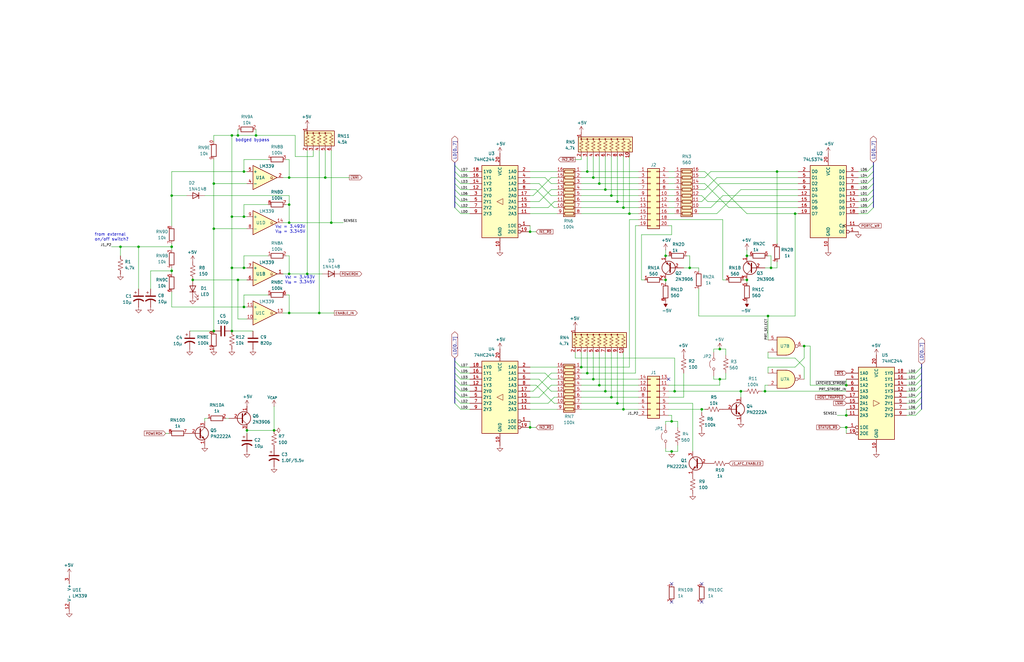
<source format=kicad_sch>
(kicad_sch (version 20231120) (generator "eeschema") (generator_version "8.0")
  (paper "USLedger")
  (title_block (title "Adaptive Peripherals G32 Adaptive Firmware Card") (date "2024-04-02") (rev "D") (comment 2 "captured by Mark Aikens") (comment 3 "by Adaptive Peripherals") (comment 4 "G32 Adaptive Firmware Card"))
  (junction (at 90.17 139.7))
  (junction (at 72.39 104.14))
  (junction (at 283.21 190.5))
  (junction (at 100.33 57.15))
  (junction (at 314.96 118.11))
  (junction (at 102.87 129.54))
  (junction (at 72.39 114.3))
  (junction (at 58.42 104.14))
  (junction (at 115.57 181.61))
  (junction (at 102.87 113.03))
  (junction (at 137.16 74.93))
  (junction (at 280.67 107.95))
  (junction (at 121.92 74.93))
  (junction (at 134.62 132.08))
  (junction (at 81.28 118.11))
  (junction (at 121.92 115.57))
  (junction (at 50.8 104.14))
  (junction (at 262.89 87.63))
  (junction (at 312.42 165.1))
  (junction (at 247.65 157.48))
  (junction (at 356.87 162.56))
  (junction (at 252.73 162.56))
  (junction (at 100.33 118.11))
  (junction (at 257.81 82.55))
  (junction (at 257.81 167.64))
  (junction (at 72.39 82.55))
  (junction (at 97.79 91.44))
  (junction (at 139.7 93.98))
  (junction (at 223.52 97.79))
  (junction (at 356.87 175.26))
  (junction (at 97.79 57.15))
  (junction (at 90.17 96.52))
  (junction (at 107.95 57.15))
  (junction (at 252.73 77.47))
  (junction (at 102.87 72.39))
  (junction (at 255.27 80.01))
  (junction (at 303.53 160.02))
  (junction (at 121.92 86.36))
  (junction (at 303.53 147.32))
  (junction (at 97.79 113.03))
  (junction (at 325.12 113.03))
  (junction (at 265.43 90.17))
  (junction (at 280.67 118.11))
  (junction (at 323.85 133.35))
  (junction (at 322.58 165.1))
  (junction (at 295.91 172.72))
  (junction (at 356.87 180.34))
  (junction (at 102.87 91.44))
  (junction (at 339.09 146.05))
  (junction (at 97.79 139.7))
  (junction (at 90.17 77.47))
  (junction (at 290.83 113.03))
  (junction (at 262.89 172.72))
  (junction (at 260.35 85.09))
  (junction (at 255.27 165.1))
  (junction (at 104.14 181.61))
  (junction (at 314.96 107.95))
  (junction (at 223.52 180.34))
  (junction (at 284.48 165.1))
  (junction (at 250.19 74.93))
  (junction (at 245.11 154.94))
  (junction (at 327.66 72.39))
  (junction (at 260.35 170.18))
  (junction (at 250.19 160.02))
  (junction (at 121.92 93.98))
  (junction (at 247.65 72.39))
  (junction (at 129.54 115.57))
  (junction (at 121.92 132.08))
  (junction (at 335.28 90.17))
  (junction (at 283.21 177.8))
  (no_connect (at 295.91 246.38))
  (no_connect (at 283.21 246.38))
  (no_connect (at 281.94 160.02))
  (no_connect (at 295.91 254))
  (no_connect (at 283.21 254))
  (bus_entry (at 191.77 162.56) (size 2.54 2.54))
  (bus_entry (at 191.77 170.18) (size 2.54 2.54))
  (bus_entry (at 191.77 69.85) (size 2.54 2.54))
  (bus_entry (at 388.62 170.18) (size -2.54 2.54))
  (bus_entry (at 191.77 82.55) (size 2.54 2.54))
  (bus_entry (at 191.77 80.01) (size 2.54 2.54))
  (bus_entry (at 388.62 157.48) (size -2.54 2.54))
  (bus_entry (at 368.3 69.85) (size -2.54 2.54))
  (bus_entry (at 191.77 154.94) (size 2.54 2.54))
  (bus_entry (at 191.77 87.63) (size 2.54 2.54))
  (bus_entry (at 191.77 167.64) (size 2.54 2.54))
  (bus_entry (at 191.77 152.4) (size 2.54 2.54))
  (bus_entry (at 388.62 162.56) (size -2.54 2.54))
  (bus_entry (at 368.3 72.39) (size -2.54 2.54))
  (bus_entry (at 368.3 77.47) (size -2.54 2.54))
  (bus_entry (at 191.77 160.02) (size 2.54 2.54))
  (bus_entry (at 388.62 167.64) (size -2.54 2.54))
  (bus_entry (at 191.77 77.47) (size 2.54 2.54))
  (bus_entry (at 368.3 85.09) (size -2.54 2.54))
  (bus_entry (at 191.77 72.39) (size 2.54 2.54))
  (bus_entry (at 191.77 74.93) (size 2.54 2.54))
  (bus_entry (at 368.3 80.01) (size -2.54 2.54))
  (bus_entry (at 368.3 74.93) (size -2.54 2.54))
  (bus_entry (at 388.62 165.1) (size -2.54 2.54))
  (bus_entry (at 191.77 165.1) (size 2.54 2.54))
  (bus_entry (at 191.77 85.09) (size 2.54 2.54))
  (bus_entry (at 388.62 172.72) (size -2.54 2.54))
  (bus_entry (at 388.62 154.94) (size -2.54 2.54))
  (bus_entry (at 368.3 82.55) (size -2.54 2.54))
  (bus_entry (at 191.77 157.48) (size 2.54 2.54))
  (bus_entry (at 368.3 87.63) (size -2.54 2.54))
  (bus_entry (at 388.62 160.02) (size -2.54 2.54))
  (wire (pts (xy 280.67 118.11) (xy 279.4 118.11)))
  (wire (pts (xy 229.87 74.93) (xy 232.41 77.47)))
  (wire (pts (xy 265.43 154.94) (xy 245.11 154.94)))
  (wire (pts (xy 198.12 85.09) (xy 194.31 85.09)))
  (wire (pts (xy 233.68 87.63) (xy 234.95 87.63)))
  (wire (pts (xy 198.12 170.18) (xy 194.31 170.18)))
  (wire (pts (xy 223.52 80.01) (xy 226.06 80.01)))
  (wire (pts (xy 63.5 121.92) (xy 63.5 114.3)))
  (wire (pts (xy 294.64 121.92) (xy 294.64 133.35)))
  (wire (pts (xy 121.92 67.31) (xy 121.92 74.93)))
  (wire (pts (xy 281.94 80.01) (xy 284.48 80.01)))
  (wire (pts (xy 294.64 87.63) (xy 299.72 87.63)))
  (wire (pts (xy 281.94 87.63) (xy 284.48 87.63)))
  (wire (pts (xy 356.87 180.34) (xy 356.87 182.88)))
  (wire (pts (xy 72.39 104.14) (xy 72.39 105.41)))
  (wire (pts (xy 250.19 74.93) (xy 269.24 74.93)))
  (wire (pts (xy 382.27 162.56) (xy 386.08 162.56)))
  (wire (pts (xy 252.73 148.59) (xy 252.73 162.56)))
  (wire (pts (xy 260.35 85.09) (xy 269.24 85.09)))
  (wire (pts (xy 265.43 90.17) (xy 269.24 90.17)))
  (wire (pts (xy 223.52 77.47) (xy 227.33 77.47)))
  (wire (pts (xy 290.83 107.95) (xy 289.56 107.95)))
  (wire (pts (xy 303.53 147.32) (xy 306.07 147.32)))
  (wire (pts (xy 356.87 160.02) (xy 356.87 162.56)))
  (wire (pts (xy 294.64 114.3) (xy 294.64 113.03)))
  (wire (pts (xy 198.12 77.47) (xy 194.31 77.47)))
  (wire (pts (xy 255.27 165.1) (xy 245.11 165.1)))
  (wire (pts (xy 262.89 148.59) (xy 262.89 172.72)))
  (wire (pts (xy 234.95 74.93) (xy 232.41 74.93)))
  (wire (pts (xy 297.18 74.93) (xy 299.72 72.39)))
  (wire (pts (xy 260.35 66.04) (xy 260.35 85.09)))
  (wire (pts (xy 269.24 170.18) (xy 260.35 170.18)))
  (wire (pts (xy 323.85 151.13) (xy 323.85 148.59)))
  (wire (pts (xy 223.52 95.25) (xy 223.52 97.79)))
  (wire (pts (xy 120.65 67.31) (xy 121.92 67.31)))
  (wire (pts (xy 121.92 93.98) (xy 139.7 93.98)))
  (wire (pts (xy 327.66 72.39) (xy 336.55 72.39)))
  (wire (pts (xy 257.81 66.04) (xy 257.81 82.55)))
  (wire (pts (xy 267.97 95.25) (xy 269.24 95.25)))
  (wire (pts (xy 304.8 118.11) (xy 304.8 92.71)))
  (wire (pts (xy 104.14 182.88) (xy 104.14 181.61)))
  (wire (pts (xy 322.58 113.03) (xy 325.12 113.03)))
  (bus (pts (xy 388.62 160.02) (xy 388.62 162.56)))
  (wire (pts (xy 300.99 158.75) (xy 300.99 160.02)))
  (wire (pts (xy 299.72 87.63) (xy 304.8 82.55)))
  (wire (pts (xy 325.12 113.03) (xy 327.66 113.03)))
  (wire (pts (xy 121.92 74.93) (xy 137.16 74.93)))
  (wire (pts (xy 90.17 96.52) (xy 90.17 139.7)))
  (wire (pts (xy 198.12 160.02) (xy 194.31 160.02)))
  (wire (pts (xy 292.1 170.18) (xy 292.1 190.5)))
  (wire (pts (xy 198.12 154.94) (xy 194.31 154.94)))
  (wire (pts (xy 227.33 77.47) (xy 232.41 82.55)))
  (wire (pts (xy 223.52 170.18) (xy 231.14 170.18)))
  (bus (pts (xy 191.77 152.4) (xy 191.77 154.94)))
  (wire (pts (xy 382.27 167.64) (xy 386.08 167.64)))
  (wire (pts (xy 382.27 160.02) (xy 386.08 160.02)))
  (wire (pts (xy 242.57 67.31) (xy 245.11 67.31)))
  (wire (pts (xy 198.12 165.1) (xy 194.31 165.1)))
  (wire (pts (xy 121.92 115.57) (xy 129.54 115.57)))
  (wire (pts (xy 137.16 74.93) (xy 147.32 74.93)))
  (wire (pts (xy 306.07 157.48) (xy 306.07 160.02)))
  (wire (pts (xy 247.65 148.59) (xy 247.65 157.48)))
  (wire (pts (xy 269.24 167.64) (xy 257.81 167.64)))
  (wire (pts (xy 285.75 177.8) (xy 285.75 180.34)))
  (wire (pts (xy 295.91 173.99) (xy 295.91 172.72)))
  (wire (pts (xy 327.66 102.87) (xy 327.66 72.39)))
  (wire (pts (xy 63.5 114.3) (xy 72.39 114.3)))
  (wire (pts (xy 86.36 176.53) (xy 86.36 177.8)))
  (wire (pts (xy 325.12 107.95) (xy 325.12 113.03)))
  (wire (pts (xy 102.87 86.36) (xy 102.87 91.44)))
  (wire (pts (xy 198.12 72.39) (xy 194.31 72.39)))
  (bus (pts (xy 191.77 85.09) (xy 191.77 87.63)))
  (wire (pts (xy 226.06 162.56) (xy 233.68 170.18)))
  (wire (pts (xy 297.18 80.01) (xy 302.26 74.93)))
  (wire (pts (xy 325.12 107.95) (xy 323.85 107.95)))
  (wire (pts (xy 198.12 82.55) (xy 194.31 82.55)))
  (wire (pts (xy 233.68 167.64) (xy 231.14 170.18)))
  (wire (pts (xy 252.73 162.56) (xy 245.11 162.56)))
  (wire (pts (xy 95.25 176.53) (xy 96.52 176.53)))
  (wire (pts (xy 267.97 95.25) (xy 267.97 157.48)))
  (wire (pts (xy 229.87 74.93) (xy 223.52 74.93)))
  (bus (pts (xy 191.77 80.01) (xy 191.77 82.55)))
  (wire (pts (xy 288.29 167.64) (xy 281.94 167.64)))
  (wire (pts (xy 281.94 82.55) (xy 284.48 82.55)))
  (wire (pts (xy 229.87 157.48) (xy 232.41 160.02)))
  (wire (pts (xy 97.79 57.15) (xy 97.79 91.44)))
  (wire (pts (xy 382.27 165.1) (xy 386.08 165.1)))
  (wire (pts (xy 281.94 74.93) (xy 284.48 74.93)))
  (wire (pts (xy 290.83 113.03) (xy 294.64 113.03)))
  (wire (pts (xy 303.53 147.32) (xy 300.99 147.32)))
  (bus (pts (xy 388.62 153.67) (xy 388.62 154.94)))
  (wire (pts (xy 233.68 85.09) (xy 231.14 87.63)))
  (wire (pts (xy 102.87 113.03) (xy 104.14 113.03)))
  (wire (pts (xy 72.39 129.54) (xy 102.87 129.54)))
  (wire (pts (xy 295.91 172.72) (xy 297.18 172.72)))
  (wire (pts (xy 223.52 154.94) (xy 234.95 154.94)))
  (wire (pts (xy 223.52 160.02) (xy 227.33 160.02)))
  (wire (pts (xy 121.92 86.36) (xy 121.92 82.55)))
  (wire (pts (xy 50.8 104.14) (xy 58.42 104.14)))
  (wire (pts (xy 120.65 124.46) (xy 121.92 124.46)))
  (wire (pts (xy 361.95 74.93) (xy 365.76 74.93)))
  (wire (pts (xy 341.63 146.05) (xy 341.63 162.56)))
  (wire (pts (xy 100.33 57.15) (xy 107.95 57.15)))
  (wire (pts (xy 294.64 74.93) (xy 297.18 74.93)))
  (wire (pts (xy 297.18 72.39) (xy 314.96 90.17)))
  (wire (pts (xy 285.75 177.8) (xy 283.21 177.8)))
  (wire (pts (xy 294.64 80.01) (xy 297.18 80.01)))
  (wire (pts (xy 300.99 147.32) (xy 300.99 148.59)))
  (wire (pts (xy 139.7 63.5) (xy 139.7 93.98)))
  (wire (pts (xy 90.17 96.52) (xy 104.14 96.52)))
  (wire (pts (xy 323.85 157.48) (xy 323.85 154.94)))
  (wire (pts (xy 382.27 175.26) (xy 386.08 175.26)))
  (wire (pts (xy 90.17 77.47) (xy 90.17 96.52)))
  (wire (pts (xy 104.14 181.61) (xy 115.57 181.61)))
  (wire (pts (xy 69.85 182.88) (xy 71.12 182.88)))
  (wire (pts (xy 137.16 63.5) (xy 137.16 74.93)))
  (wire (pts (xy 72.39 72.39) (xy 102.87 72.39)))
  (wire (pts (xy 307.34 87.63) (xy 336.55 87.63)))
  (wire (pts (xy 283.21 175.26) (xy 283.21 177.8)))
  (wire (pts (xy 72.39 123.19) (xy 72.39 129.54)))
  (wire (pts (xy 72.39 114.3) (xy 72.39 115.57)))
  (wire (pts (xy 72.39 113.03) (xy 72.39 114.3)))
  (bus (pts (xy 191.77 77.47) (xy 191.77 80.01)))
  (wire (pts (xy 233.68 170.18) (xy 234.95 170.18)))
  (wire (pts (xy 281.94 162.56) (xy 303.53 162.56)))
  (wire (pts (xy 90.17 67.31) (xy 90.17 77.47)))
  (wire (pts (xy 115.57 171.45) (xy 115.57 181.61)))
  (wire (pts (xy 223.52 87.63) (xy 231.14 87.63)))
  (wire (pts (xy 269.24 172.72) (xy 262.89 172.72)))
  (wire (pts (xy 303.53 160.02) (xy 306.07 160.02)))
  (wire (pts (xy 252.73 66.04) (xy 252.73 77.47)))
  (wire (pts (xy 50.8 104.14) (xy 50.8 107.95)))
  (wire (pts (xy 107.95 54.61) (xy 107.95 57.15)))
  (wire (pts (xy 382.27 172.72) (xy 386.08 172.72)))
  (wire (pts (xy 294.64 85.09) (xy 295.91 85.09)))
  (wire (pts (xy 322.58 165.1) (xy 321.31 165.1)))
  (wire (pts (xy 234.95 157.48) (xy 232.41 157.48)))
  (wire (pts (xy 102.87 86.36) (xy 113.03 86.36)))
  (wire (pts (xy 294.64 72.39) (xy 297.18 72.39)))
  (bus (pts (xy 191.77 72.39) (xy 191.77 74.93)))
  (wire (pts (xy 361.95 87.63) (xy 365.76 87.63)))
  (wire (pts (xy 327.66 110.49) (xy 327.66 113.03)))
  (wire (pts (xy 262.89 87.63) (xy 269.24 87.63)))
  (bus (pts (xy 191.77 68.58) (xy 191.77 69.85)))
  (wire (pts (xy 313.69 165.1) (xy 312.42 165.1)))
  (wire (pts (xy 78.74 82.55) (xy 72.39 82.55)))
  (wire (pts (xy 280.67 190.5) (xy 283.21 190.5)))
  (wire (pts (xy 281.94 95.25) (xy 283.21 95.25)))
  (wire (pts (xy 290.83 107.95) (xy 290.83 113.03)))
  (wire (pts (xy 224.79 165.1) (xy 232.41 157.48)))
  (wire (pts (xy 302.26 74.93) (xy 336.55 74.93)))
  (wire (pts (xy 226.06 180.34) (xy 223.52 180.34)))
  (wire (pts (xy 335.28 90.17) (xy 335.28 133.35)))
  (wire (pts (xy 322.58 165.1) (xy 356.87 165.1)))
  (wire (pts (xy 234.95 85.09) (xy 233.68 85.09)))
  (bus (pts (xy 368.3 68.58) (xy 368.3 69.85)))
  (wire (pts (xy 361.95 72.39) (xy 365.76 72.39)))
  (wire (pts (xy 262.89 172.72) (xy 245.11 172.72)))
  (bus (pts (xy 368.3 69.85) (xy 368.3 72.39)))
  (wire (pts (xy 134.62 63.5) (xy 134.62 132.08)))
  (wire (pts (xy 361.95 90.17) (xy 365.76 90.17)))
  (wire (pts (xy 245.11 148.59) (xy 245.11 154.94)))
  (wire (pts (xy 339.09 146.05) (xy 341.63 146.05)))
  (wire (pts (xy 281.94 175.26) (xy 283.21 175.26)))
  (wire (pts (xy 303.53 77.47) (xy 336.55 77.47)))
  (wire (pts (xy 260.35 148.59) (xy 260.35 170.18)))
  (wire (pts (xy 72.39 102.87) (xy 72.39 104.14)))
  (wire (pts (xy 198.12 162.56) (xy 194.31 162.56)))
  (wire (pts (xy 353.06 175.26) (xy 356.87 175.26)))
  (wire (pts (xy 294.64 90.17) (xy 302.26 90.17)))
  (wire (pts (xy 223.52 177.8) (xy 223.52 180.34)))
  (wire (pts (xy 58.42 104.14) (xy 72.39 104.14)))
  (wire (pts (xy 302.26 90.17) (xy 312.42 80.01)))
  (wire (pts (xy 245.11 80.01) (xy 255.27 80.01)))
  (wire (pts (xy 46.99 104.14) (xy 50.8 104.14)))
  (wire (pts (xy 294.64 82.55) (xy 295.91 82.55)))
  (wire (pts (xy 102.87 67.31) (xy 113.03 67.31)))
  (wire (pts (xy 335.28 154.94) (xy 339.09 151.13)))
  (wire (pts (xy 281.94 172.72) (xy 295.91 172.72)))
  (wire (pts (xy 280.67 107.95) (xy 281.94 107.95)))
  (wire (pts (xy 382.27 170.18) (xy 386.08 170.18)))
  (wire (pts (xy 361.95 85.09) (xy 365.76 85.09)))
  (wire (pts (xy 139.7 93.98) (xy 144.78 93.98)))
  (bus (pts (xy 388.62 157.48) (xy 388.62 160.02)))
  (wire (pts (xy 247.65 72.39) (xy 269.24 72.39)))
  (wire (pts (xy 323.85 154.94) (xy 335.28 154.94)))
  (wire (pts (xy 257.81 167.64) (xy 245.11 167.64)))
  (bus (pts (xy 368.3 80.01) (xy 368.3 82.55)))
  (wire (pts (xy 270.51 99.06) (xy 283.21 99.06)))
  (wire (pts (xy 288.29 113.03) (xy 290.83 113.03)))
  (wire (pts (xy 322.58 162.56) (xy 323.85 162.56)))
  (wire (pts (xy 226.06 80.01) (xy 233.68 87.63)))
  (wire (pts (xy 234.95 77.47) (xy 232.41 77.47)))
  (wire (pts (xy 265.43 66.04) (xy 265.43 90.17)))
  (wire (pts (xy 129.54 115.57) (xy 135.89 115.57)))
  (wire (pts (xy 234.95 165.1) (xy 232.41 165.1)))
  (wire (pts (xy 97.79 91.44) (xy 102.87 91.44)))
  (wire (pts (xy 247.65 157.48) (xy 267.97 157.48)))
  (wire (pts (xy 312.42 80.01) (xy 336.55 80.01)))
  (wire (pts (xy 120.65 86.36) (xy 121.92 86.36)))
  (wire (pts (xy 304.8 118.11) (xy 306.07 118.11)))
  (wire (pts (xy 100.33 118.11) (xy 100.33 134.62)))
  (wire (pts (xy 234.95 167.64) (xy 233.68 167.64)))
  (wire (pts (xy 281.94 85.09) (xy 284.48 85.09)))
  (wire (pts (xy 102.87 129.54) (xy 104.14 129.54)))
  (bus (pts (xy 191.77 154.94) (xy 191.77 157.48)))
  (wire (pts (xy 223.52 90.17) (xy 234.95 90.17)))
  (wire (pts (xy 245.11 82.55) (xy 257.81 82.55)))
  (bus (pts (xy 191.77 151.13) (xy 191.77 152.4)))
  (wire (pts (xy 354.33 180.34) (xy 356.87 180.34)))
  (wire (pts (xy 227.33 167.64) (xy 232.41 162.56)))
  (wire (pts (xy 304.8 82.55) (xy 336.55 82.55)))
  (wire (pts (xy 97.79 113.03) (xy 102.87 113.03)))
  (wire (pts (xy 361.95 82.55) (xy 365.76 82.55)))
  (wire (pts (xy 80.01 139.7) (xy 90.17 139.7)))
  (wire (pts (xy 198.12 80.01) (xy 194.31 80.01)))
  (wire (pts (xy 87.63 176.53) (xy 86.36 176.53)))
  (bus (pts (xy 191.77 162.56) (xy 191.77 165.1)))
  (wire (pts (xy 322.58 162.56) (xy 322.58 165.1)))
  (wire (pts (xy 294.64 133.35) (xy 323.85 133.35)))
  (wire (pts (xy 252.73 77.47) (xy 269.24 77.47)))
  (wire (pts (xy 121.92 107.95) (xy 121.92 115.57)))
  (wire (pts (xy 270.51 118.11) (xy 270.51 99.06)))
  (wire (pts (xy 281.94 77.47) (xy 284.48 77.47)))
  (wire (pts (xy 269.24 165.1) (xy 255.27 165.1)))
  (wire (pts (xy 198.12 74.93) (xy 194.31 74.93)))
  (wire (pts (xy 124.46 66.04) (xy 132.08 66.04)))
  (wire (pts (xy 270.51 118.11) (xy 271.78 118.11)))
  (wire (pts (xy 245.11 87.63) (xy 262.89 87.63)))
  (wire (pts (xy 121.92 124.46) (xy 121.92 132.08)))
  (wire (pts (xy 255.27 148.59) (xy 255.27 165.1)))
  (wire (pts (xy 198.12 157.48) (xy 194.31 157.48)))
  (wire (pts (xy 90.17 77.47) (xy 104.14 77.47)))
  (wire (pts (xy 269.24 162.56) (xy 252.73 162.56)))
  (wire (pts (xy 223.52 172.72) (xy 234.95 172.72)))
  (wire (pts (xy 339.09 160.02) (xy 339.09 154.94)))
  (wire (pts (xy 299.72 72.39) (xy 327.66 72.39)))
  (wire (pts (xy 245.11 67.31) (xy 245.11 66.04)))
  (wire (pts (xy 245.11 77.47) (xy 252.73 77.47)))
  (wire (pts (xy 121.92 86.36) (xy 121.92 93.98)))
  (bus (pts (xy 191.77 160.02) (xy 191.77 162.56)))
  (wire (pts (xy 295.91 85.09) (xy 303.53 77.47)))
  (wire (pts (xy 223.52 82.55) (xy 224.79 82.55)))
  (wire (pts (xy 269.24 160.02) (xy 250.19 160.02)))
  (bus (pts (xy 191.77 167.64) (xy 191.77 170.18)))
  (wire (pts (xy 198.12 90.17) (xy 194.31 90.17)))
  (wire (pts (xy 223.52 157.48) (xy 229.87 157.48)))
  (wire (pts (xy 295.91 82.55) (xy 298.45 85.09)))
  (wire (pts (xy 223.52 162.56) (xy 226.06 162.56)))
  (wire (pts (xy 234.95 82.55) (xy 232.41 82.55)))
  (wire (pts (xy 361.95 80.01) (xy 365.76 80.01)))
  (wire (pts (xy 314.96 118.11) (xy 314.96 119.38)))
  (wire (pts (xy 90.17 57.15) (xy 97.79 57.15)))
  (wire (pts (xy 281.94 90.17) (xy 284.48 90.17)))
  (bus (pts (xy 368.3 77.47) (xy 368.3 80.01)))
  (wire (pts (xy 262.89 66.04) (xy 262.89 87.63)))
  (bus (pts (xy 191.77 69.85) (xy 191.77 72.39)))
  (bus (pts (xy 368.3 72.39) (xy 368.3 74.93)))
  (wire (pts (xy 198.12 167.64) (xy 194.31 167.64)))
  (wire (pts (xy 224.79 82.55) (xy 232.41 74.93)))
  (wire (pts (xy 232.41 162.56) (xy 234.95 162.56)))
  (wire (pts (xy 58.42 104.14) (xy 58.42 121.92)))
  (wire (pts (xy 294.64 77.47) (xy 297.18 77.47)))
  (wire (pts (xy 97.79 57.15) (xy 100.33 57.15)))
  (wire (pts (xy 107.95 57.15) (xy 124.46 57.15)))
  (wire (pts (xy 285.75 190.5) (xy 283.21 190.5)))
  (wire (pts (xy 255.27 66.04) (xy 255.27 80.01)))
  (wire (pts (xy 134.62 132.08) (xy 140.97 132.08)))
  (wire (pts (xy 341.63 162.56) (xy 356.87 162.56)))
  (wire (pts (xy 257.81 82.55) (xy 269.24 82.55)))
  (wire (pts (xy 312.42 165.1) (xy 312.42 167.64)))
  (wire (pts (xy 119.38 74.93) (xy 121.92 74.93)))
  (wire (pts (xy 250.19 148.59) (xy 250.19 160.02)))
  (wire (pts (xy 298.45 85.09) (xy 336.55 85.09)))
  (wire (pts (xy 323.85 133.35) (xy 323.85 143.51)))
  (wire (pts (xy 323.85 151.13) (xy 335.28 151.13)))
  (wire (pts (xy 97.79 113.03) (xy 97.79 139.7)))
  (wire (pts (xy 132.08 63.5) (xy 132.08 66.04)))
  (wire (pts (xy 280.67 118.11) (xy 280.67 119.38)))
  (wire (pts (xy 102.87 107.95) (xy 102.87 113.03)))
  (wire (pts (xy 226.06 97.79) (xy 223.52 97.79)))
  (wire (pts (xy 245.11 90.17) (xy 265.43 90.17)))
  (wire (pts (xy 265.43 92.71) (xy 265.43 154.94)))
  (wire (pts (xy 356.87 172.72) (xy 356.87 175.26)))
  (bus (pts (xy 191.77 157.48) (xy 191.77 160.02)))
  (wire (pts (xy 121.92 132.08) (xy 134.62 132.08)))
  (wire (pts (xy 72.39 72.39) (xy 72.39 82.55)))
  (wire (pts (xy 129.54 63.5) (xy 129.54 115.57)))
  (wire (pts (xy 339.09 151.13) (xy 339.09 146.05)))
  (wire (pts (xy 119.38 132.08) (xy 121.92 132.08)))
  (wire (pts (xy 234.95 160.02) (xy 232.41 160.02)))
  (bus (pts (xy 388.62 167.64) (xy 388.62 170.18)))
  (wire (pts (xy 245.11 74.93) (xy 250.19 74.93)))
  (bus (pts (xy 388.62 170.18) (xy 388.62 172.72)))
  (bus (pts (xy 191.77 82.55) (xy 191.77 85.09)))
  (wire (pts (xy 314.96 105.41) (xy 314.96 107.95)))
  (wire (pts (xy 198.12 87.63) (xy 194.31 87.63)))
  (wire (pts (xy 281.94 170.18) (xy 292.1 170.18)))
  (wire (pts (xy 198.12 172.72) (xy 194.31 172.72)))
  (wire (pts (xy 300.99 160.02) (xy 303.53 160.02)))
  (wire (pts (xy 227.33 85.09) (xy 232.41 80.01)))
  (wire (pts (xy 223.52 85.09) (xy 227.33 85.09)))
  (wire (pts (xy 285.75 190.5) (xy 285.75 187.96)))
  (wire (pts (xy 102.87 72.39) (xy 102.87 67.31)))
  (wire (pts (xy 280.67 105.41) (xy 280.67 107.95)))
  (bus (pts (xy 191.77 74.93) (xy 191.77 77.47)))
  (wire (pts (xy 100.33 118.11) (xy 104.14 118.11)))
  (wire (pts (xy 119.38 93.98) (xy 121.92 93.98)))
  (wire (pts (xy 232.41 80.01) (xy 234.95 80.01)))
  (wire (pts (xy 313.69 118.11) (xy 314.96 118.11)))
  (bus (pts (xy 191.77 165.1) (xy 191.77 167.64)))
  (wire (pts (xy 280.67 177.8) (xy 283.21 177.8)))
  (wire (pts (xy 247.65 66.04) (xy 247.65 72.39)))
  (wire (pts (xy 102.87 91.44) (xy 104.14 91.44)))
  (wire (pts (xy 250.19 66.04) (xy 250.19 74.93)))
  (wire (pts (xy 339.09 154.94) (xy 335.28 151.13)))
  (wire (pts (xy 304.8 92.71) (xy 281.94 92.71)))
  (wire (pts (xy 257.81 148.59) (xy 257.81 167.64)))
  (wire (pts (xy 97.79 91.44) (xy 97.79 113.03)))
  (wire (pts (xy 250.19 160.02) (xy 245.11 160.02)))
  (wire (pts (xy 306.07 147.32) (xy 306.07 149.86)))
  (wire (pts (xy 288.29 157.48) (xy 288.29 167.64)))
  (wire (pts (xy 72.39 82.55) (xy 72.39 95.25)))
  (wire (pts (xy 265.43 92.71) (xy 269.24 92.71)))
  (wire (pts (xy 255.27 80.01) (xy 269.24 80.01)))
  (wire (pts (xy 223.52 165.1) (xy 224.79 165.1)))
  (wire (pts (xy 361.95 77.47) (xy 365.76 77.47)))
  (wire (pts (xy 119.38 115.57) (xy 121.92 115.57)))
  (bus (pts (xy 388.62 154.94) (xy 388.62 157.48)))
  (wire (pts (xy 247.65 157.48) (xy 245.11 157.48)))
  (wire (pts (xy 242.57 151.13) (xy 242.57 148.59)))
  (wire (pts (xy 102.87 124.46) (xy 102.87 129.54)))
  (bus (pts (xy 368.3 74.93) (xy 368.3 77.47)))
  (wire (pts (xy 280.67 177.8) (xy 280.67 179.07)))
  (bus (pts (xy 388.62 165.1) (xy 388.62 167.64)))
  (wire (pts (xy 86.36 82.55) (xy 121.92 82.55)))
  (wire (pts (xy 281.94 72.39) (xy 284.48 72.39)))
  (wire (pts (xy 314.96 90.17) (xy 335.28 90.17)))
  (wire (pts (xy 284.48 165.1) (xy 312.42 165.1)))
  (wire (pts (xy 284.48 151.13) (xy 284.48 165.1)))
  (wire (pts (xy 382.27 157.48) (xy 386.08 157.48)))
  (wire (pts (xy 104.14 134.62) (xy 100.33 134.62)))
  (bus (pts (xy 368.3 85.09) (xy 368.3 87.63)))
  (wire (pts (xy 104.14 72.39) (xy 102.87 72.39)))
  (wire (pts (xy 227.33 160.02) (xy 232.41 165.1)))
  (wire (pts (xy 102.87 124.46) (xy 113.03 124.46)))
  (wire (pts (xy 297.18 77.47) (xy 307.34 87.63)))
  (wire (pts (xy 280.67 190.5) (xy 280.67 189.23)))
  (wire (pts (xy 260.35 170.18) (xy 245.11 170.18)))
  (wire (pts (xy 100.33 54.61) (xy 100.33 57.15)))
  (wire (pts (xy 281.94 165.1) (xy 284.48 165.1)))
  (wire (pts (xy 124.46 57.15) (xy 124.46 66.04)))
  (wire (pts (xy 245.11 85.09) (xy 260.35 85.09)))
  (wire (pts (xy 336.55 90.17) (xy 335.28 90.17)))
  (wire (pts (xy 90.17 59.69) (xy 90.17 57.15)))
  (wire (pts (xy 283.21 99.06) (xy 283.21 95.25)))
  (wire (pts (xy 81.28 118.11) (xy 100.33 118.11)))
  (wire (pts (xy 323.85 133.35) (xy 335.28 133.35)))
  (wire (pts (xy 245.11 72.39) (xy 247.65 72.39)))
  (wire (pts (xy 242.57 151.13) (xy 284.48 151.13)))
  (wire (pts (xy 120.65 107.95) (xy 121.92 107.95)))
  (wire (pts (xy 97.79 139.7) (xy 106.68 139.7)))
  (bus (pts (xy 368.3 82.55) (xy 368.3 85.09)))
  (wire (pts (xy 303.53 160.02) (xy 303.53 162.56)))
  (wire (pts (xy 102.87 107.95) (xy 113.03 107.95)))
  (wire (pts (xy 223.52 72.39) (xy 234.95 72.39)))
  (wire (pts (xy 314.96 107.95) (xy 316.23 107.95)))
  (wire (pts (xy 223.52 167.64) (xy 227.33 167.64)))
  (bus (pts (xy 388.62 162.56) (xy 388.62 165.1)))
  (text "bodged bypass" (at 106.426 59.182 0) (effects (font (size 1.27 1.27))))
  (text "V_{hi} = 3.493V\nV_{lo} = 3.345V\n" (at 126.492 118.11 0) (effects (font (size 1.27 1.27))))
  (text "V_{hi} = 3.493V\nV_{lo} = 3.345V\n" (at 122.428 96.774 0) (effects (font (size 1.27 1.27))))
  (text "from external\non/off switch?" (at 39.878 100.076 0) (effects (font (size 1.27 1.27)) (justify left)))
  (label "LD6" (at 365.76 72.39 180) (effects (font (size 1 1))))
  (label "LD4" (at 194.31 167.64 0) (effects (font (size 1 1))))
  (label "LD2" (at 386.08 162.56 180) (effects (font (size 1 1))))
  (label "LD3" (at 386.08 165.1 180) (effects (font (size 1 1))))
  (label "LD5" (at 365.76 87.63 180) (effects (font (size 1 1))))
  (label "LD0" (at 386.08 157.48 180) (effects (font (size 1 1))))
  (label "LD3" (at 194.31 77.47 0) (effects (font (size 1 1))))
  (label "LD1" (at 194.31 80.01 0) (effects (font (size 1 1))))
  (label "LD2" (at 194.31 170.18 0) (effects (font (size 1 1))))
  (label "SENSE1" (at 144.78 93.98 0) (effects (font (size 1 1))))
  (label "J1_P2" (at 269.24 175.26 180) (effects (font (size 1 1))))
  (label "LD2" (at 365.76 77.47 180) (effects (font (size 1 1))))
  (label "LD4" (at 365.76 74.93 180) (effects (font (size 1 1))))
  (label "LD4" (at 194.31 85.09 0) (effects (font (size 1 1))))
  (label "LD6" (at 386.08 172.72 180) (effects (font (size 1 1))))
  (label "LD1" (at 365.76 82.55 180) (effects (font (size 1 1))))
  (label "LD0" (at 194.31 172.72 0) (effects (font (size 1 1))))
  (label "LD3" (at 194.31 160.02 0) (effects (font (size 1 1))))
  (label "~{LATCHED_STROBE}" (at 356.87 162.56 180) (effects (font (size 1 1))))
  (label "LD7" (at 194.31 72.39 0) (effects (font (size 1 1))))
  (label "LD5" (at 194.31 74.93 0) (effects (font (size 1 1))))
  (label "SENSE1" (at 353.06 175.26 180) (effects (font (size 1 1))))
  (label "PRT_SELECT" (at 323.85 143.51 90) (effects (font (size 1 1))))
  (label "LD7" (at 194.31 154.94 0) (effects (font (size 1 1))))
  (label "LD6" (at 194.31 165.1 0) (effects (font (size 1 1))))
  (label "LD1" (at 194.31 162.56 0) (effects (font (size 1 1))))
  (label "LD2" (at 194.31 87.63 0) (effects (font (size 1 1))))
  (label "LD5" (at 194.31 157.48 0) (effects (font (size 1 1))))
  (label "PRT_STROBE_IN" (at 356.87 165.1 180) (effects (font (size 1 1))))
  (label "LD0" (at 365.76 80.01 180) (effects (font (size 1 1))))
  (label "LD4" (at 386.08 167.64 180) (effects (font (size 1 1))))
  (label "J1_P2" (at 46.99 104.14 180) (effects (font (size 1 1))))
  (label "LD3" (at 365.76 85.09 180) (effects (font (size 1 1))))
  (label "LD0" (at 194.31 90.17 0) (effects (font (size 1 1))))
  (label "LD6" (at 194.31 82.55 0) (effects (font (size 1 1))))
  (label "LD1" (at 386.08 160.02 180) (effects (font (size 1 1))))
  (label "LD7" (at 386.08 175.26 180) (effects (font (size 1 1))))
  (label "LD7" (at 365.76 90.17 180) (effects (font (size 1 1))))
  (label "LD5" (at 386.08 170.18 180) (effects (font (size 1 1))))
  (global_label "ENABLE_IN" (shape output) (at 140.97 132.08 0) (effects (font (size 1 1))) (property "Intersheetrefs" "${INTERSHEET_REFS}" (effects (hide yes))))
  (global_label "LD[0..7]" (shape tri_state) (at 191.77 151.13 90) (property "Intersheetrefs" "${INTERSHEET_REFS}" (effects (hide yes))))
  (global_label "J1_AFC_ENABLED" (shape input) (at 307.34 195.58 0) (effects (font (size 1 1))) (property "Intersheetrefs" "${INTERSHEET_REFS}" (effects (hide yes))))
  (global_label "~{IN1_RD}" (shape input) (at 226.06 97.79 0) (effects (font (size 1 1))) (property "Intersheetrefs" "${INTERSHEET_REFS}" (effects (hide yes))))
  (global_label "LD[0..7]" (shape tri_state) (at 191.77 68.58 90) (property "Intersheetrefs" "${INTERSHEET_REFS}" (effects (hide yes))))
  (global_label "LD[0..7]" (shape tri_state) (at 388.62 153.67 90) (property "Intersheetrefs" "${INTERSHEET_REFS}" (effects (hide yes))))
  (global_label "~{HOST_TRAPPED}" (shape input) (at 356.87 167.64 180) (effects (font (size 1 1))) (property "Intersheetrefs" "${INTERSHEET_REFS}" (effects (hide yes))))
  (global_label "~{RES}" (shape input) (at 356.87 157.48 180) (effects (font (size 1 1))) (property "Intersheetrefs" "${INTERSHEET_REFS}" (effects (hide yes))))
  (global_label "~{LNMI}" (shape output) (at 147.32 74.93 0) (effects (font (size 1 1))) (property "Intersheetrefs" "${INTERSHEET_REFS}" (effects (hide yes))))
  (global_label "~{IN2_RD}" (shape input) (at 226.06 180.34 0) (effects (font (size 1 1))) (property "Intersheetrefs" "${INTERSHEET_REFS}" (effects (hide yes))))
  (global_label "~{LNMI}" (shape input) (at 356.87 170.18 180) (effects (font (size 1 1))) (property "Intersheetrefs" "${INTERSHEET_REFS}" (effects (hide yes))))
  (global_label "PORTC_WR" (shape input) (at 361.95 95.25 0) (effects (font (size 1 1))) (property "Intersheetrefs" "${INTERSHEET_REFS}" (effects (hide yes))))
  (global_label "~{IN2_RD}" (shape output) (at 242.57 67.31 180) (effects (font (size 1 1))) (property "Intersheetrefs" "${INTERSHEET_REFS}" (effects (hide yes))))
  (global_label "LD[0..7]" (shape tri_state) (at 368.3 68.58 90) (property "Intersheetrefs" "${INTERSHEET_REFS}" (effects (hide yes))))
  (global_label "POWEROK" (shape output) (at 143.51 115.57 0) (effects (font (size 1 1))) (property "Intersheetrefs" "${INTERSHEET_REFS}" (effects (hide yes))))
  (global_label "~{STATUS_RD}" (shape input) (at 354.33 180.34 180) (effects (font (size 1 1))) (property "Intersheetrefs" "${INTERSHEET_REFS}" (effects (hide yes))))
  (global_label "POWEROK" (shape input) (at 69.85 182.88 180) (effects (font (size 1 1))) (property "Intersheetrefs" "${INTERSHEET_REFS}" (effects (hide yes))))
  (symbol (lib_id "Jumper:Jumper_2_Open") (at 280.67 184.15 90) (unit 1) (exclude_from_sim yes)
    (property "Reference" "JP1" (at 277.876 180.848 90))
    (property "Value" "Jumper_2_Open" (effects (hide yes)))
    (property "Description" "Jumper, 2-pole, open" (effects (hide yes)))
  )
  (symbol (lib_id "Device:R_Pack04_SIP_Split") (at 314.96 123.19 180) (unit 3)
    (property "Reference" "RN1" (at 316.992 122.174 0) (effects (justify right)))
    (property "Value" "560" (at 316.992 124.714 0) (effects (justify right)))
    (property "Footprint" "Resistor_THT:R_Array_SIP8" (effects (hide yes)))
    (property "Datasheet" "http://www.vishay.com/docs/31509/csc.pdf" (effects (hide yes)))
    (property "Description" "4 resistor network, parallel topology, SIP package, split" (effects (hide yes)))
  )
  (symbol (lib_id "Device:R_Pack08") (at 240.03 82.55 90) (mirror x) (unit 1)
    (property "Reference" "RN6" (at 239.776 93.218 90))
    (property "Value" "100k" (at 239.776 95.758 90))
    (property "Description" "8 resistor network, parallel topology" (effects (hide yes)))
  )
  (symbol (lib_id "74xx:74HC244") (at 210.82 167.64 0) (mirror y) (unit 1)
    (property "Reference" "U4" (at 208.6259 147.32 0) (effects (justify left)))
    (property "Value" "74HC244" (at 208.6259 149.86 0) (effects (justify left)))
    (property "Datasheet" "https://assets.nexperia.com/documents/data-sheet/74HC_HCT244.pdf" (effects (hide yes)))
    (property "Description" "8-bit Buffer/Line Driver 3-state" (effects (hide yes)))
  )
  (symbol (lib_id "power:+5V") (at 104.14 171.45 0) (unit 1)
    (property "Reference" "#PWR021" (effects (hide yes)))
    (property "Value" "+5V" (at 104.394 167.386 0))
    (property "Description" "Power symbol creates a global label with name \"+5V\"" (effects (hide yes)))
  )
  (symbol (lib_id "power:GND") (at 361.95 97.79 0) (mirror y) (unit 1)
    (property "Reference" "#PWR046" (effects (hide yes)))
    (property "Value" "GND" (effects (hide yes)))
    (property "Description" "Power symbol creates a global label with name \"GND\" , ground" (effects (hide yes)))
  )
  (symbol (lib_id "Device:R_Pack05_SIP_Split") (at 72.39 119.38 180) (unit 3)
    (property "Reference" "RN9" (at 68.326 118.11 0))
    (property "Value" "10k" (at 68.326 120.65 0))
    (property "Footprint" "Resistor_THT:R_Array_SIP10" (effects (hide yes)))
    (property "Datasheet" "http://www.vishay.com/docs/31509/csc.pdf" (effects (hide yes)))
    (property "Description" "5 resistor network, parallel topology, SIP package, split" (effects (hide yes)))
  )
  (symbol (lib_id "power:+5V") (at 303.53 147.32 0) (unit 1)
    (property "Reference" "#PWR040" (effects (hide yes)))
    (property "Value" "+5V" (at 303.276 143.256 0))
    (property "Description" "Power symbol creates a global label with name \"+5V\"" (effects (hide yes)))
  )
  (symbol (lib_id "Device:R_US") (at 303.53 195.58 90) (unit 1)
    (property "Reference" "R10" (at 303.53 198.374 90))
    (property "Value" "1k" (at 303.53 200.914 90))
    (property "Description" "Resistor, US symbol" (effects (hide yes)))
  )
  (symbol (lib_id "Device:LED") (at 81.28 121.92 90) (unit 1)
    (property "Reference" "D1" (at 84.582 121.666 90) (effects (justify right)))
    (property "Value" "LED" (at 84.582 124.206 90) (effects (justify right)))
    (property "Description" "Light emitting diode" (effects (hide yes)))
  )
  (symbol (lib_id "Device:R_Network09_US") (at 255.27 60.96 0) (unit 1)
    (property "Reference" "RN5" (at 242.57 59.9439 0) (effects (justify right)))
    (property "Value" "4.7k" (at 242.57 62.4839 0) (effects (justify right)))
    (property "Footprint" "Resistor_THT:R_Array_SIP10" (effects (hide yes)))
    (property "Datasheet" "http://www.vishay.com/docs/31509/csc.pdf" (effects (hide yes)))
    (property "Description" "9 resistor network, star topology, bussed resistors, small US symbol" (effects (hide yes)))
  )
  (symbol (lib_id "Device:R_US") (at 295.91 177.8 0) (unit 1)
    (property "Reference" "R6" (at 299.466 176.784 0))
    (property "Value" "100k" (at 299.466 179.324 0))
    (property "Description" "Resistor, US symbol" (effects (hide yes)))
  )
  (symbol (lib_id "Jumper:Jumper_2_Open") (at 300.99 153.67 90) (unit 1) (exclude_from_sim yes)
    (property "Reference" "JP2" (at 298.196 150.368 90))
    (property "Value" "Jumper_2_Open" (effects (hide yes)))
    (property "Description" "Jumper, 2-pole, open" (effects (hide yes)))
  )
  (symbol (lib_id "power:GND") (at 86.36 187.96 0) (unit 1)
    (property "Reference" "#PWR015" (effects (hide yes)))
    (property "Value" "GND" (effects (hide yes)))
    (property "Description" "Power symbol creates a global label with name \"GND\" , ground" (effects (hide yes)))
  )
  (symbol (lib_id "Device:R_Pack05_SIP_Split") (at 104.14 54.61 270) (unit 1)
    (property "Reference" "RN9" (at 104.14 49.276 90))
    (property "Value" "10k" (at 104.14 51.816 90))
    (property "Footprint" "Resistor_THT:R_Array_SIP10" (effects (hide yes)))
    (property "Datasheet" "http://www.vishay.com/docs/31509/csc.pdf" (effects (hide yes)))
    (property "Description" "5 resistor network, parallel topology, SIP package, split" (effects (hide yes)))
  )
  (symbol (lib_id "power:GND") (at 29.21 257.81 0) (unit 1)
    (property "Reference" "#PWR012" (effects (hide yes)))
    (property "Value" "GND" (effects (hide yes)))
    (property "Description" "Power symbol creates a global label with name \"GND\" , ground" (effects (hide yes)))
  )
  (symbol (lib_id "Device:R_Network05_US") (at 134.62 58.42 0) (unit 1)
    (property "Reference" "RN11" (at 142.24 57.4039 0) (effects (justify left)))
    (property "Value" "4.5k" (at 142.24 59.9439 0) (effects (justify left)))
    (property "Footprint" "Resistor_THT:R_Array_SIP6" (effects (hide yes)))
    (property "Datasheet" "http://www.vishay.com/docs/31509/csc.pdf" (effects (hide yes)))
    (property "Description" "5 resistor network, star topology, bussed resistors, small US symbol" (effects (hide yes)))
  )
  (symbol (lib_id "power:+5V") (at 245.11 55.88 0) (mirror y) (unit 1)
    (property "Reference" "#PWR033" (effects (hide yes)))
    (property "Value" "+5V" (at 245.364 51.816 0))
    (property "Description" "Power symbol creates a global label with name \"+5V\"" (effects (hide yes)))
  )
  (symbol (lib_id "Device:C_Polarized_US") (at 104.14 186.69 0) (unit 1)
    (property "Reference" "C2" (at 107.188 185.674 0) (effects (justify left)))
    (property "Value" "10µ" (at 107.188 188.214 0) (effects (justify left)))
    (property "Description" "Polarized capacitor, US symbol" (effects (hide yes)))
  )
  (symbol (lib_id "Device:R_Network09_US") (at 252.73 143.51 0) (unit 1)
    (property "Reference" "RN4" (at 240.03 142.4939 0) (effects (justify right)))
    (property "Value" "4.7k" (at 240.03 145.0339 0) (effects (justify right)))
    (property "Footprint" "Resistor_THT:R_Array_SIP10" (effects (hide yes)))
    (property "Datasheet" "http://www.vishay.com/docs/31509/csc.pdf" (effects (hide yes)))
    (property "Description" "9 resistor network, star topology, bussed resistors, small US symbol" (effects (hide yes)))
  )
  (symbol (lib_id "Comparator:LM339") (at 111.76 115.57 0) (unit 2)
    (property "Reference" "U1" (at 109.982 115.57 0))
    (property "Value" "LM339" (at 112.522 110.744 0))
    (property "Datasheet" "https://www.st.com/resource/en/datasheet/lm139.pdf" (effects (hide yes)))
    (property "Description" "Quad Differential Comparators, SOIC-14/TSSOP-14" (effects (hide yes)))
  )
  (symbol (lib_id "power:+5V") (at 369.57 149.86 0) (unit 1)
    (property "Reference" "#PWR047" (effects (hide yes)))
    (property "Value" "+5V" (at 369.316 145.796 0))
    (property "Description" "Power symbol creates a global label with name \"+5V\"" (effects (hide yes)))
  )
  (symbol (lib_id "power:+5V") (at 349.25 64.77 0) (mirror y) (unit 1)
    (property "Reference" "#PWR044" (effects (hide yes)))
    (property "Value" "+5V" (at 349.504 60.706 0))
    (property "Description" "Power symbol creates a global label with name \"+5V\"" (effects (hide yes)))
  )
  (symbol (lib_id "power:GND") (at 97.79 147.32 0) (unit 1)
    (property "Reference" "#PWR019" (effects (hide yes)))
    (property "Value" "GND" (effects (hide yes)))
    (property "Description" "Power symbol creates a global label with name \"GND\" , ground" (effects (hide yes)))
  )
  (symbol (lib_id "Device:Q_NPN_EBC") (at 83.82 182.88 0) (unit 1)
    (property "Reference" "Q5" (at 88.646 181.61 0) (effects (justify left)))
    (property "Value" "PN2222A" (at 88.646 184.15 0) (effects (justify left)))
    (property "Description" "NPN transistor, emitter/base/collector" (effects (hide yes)))
  )
  (symbol (lib_id "Device:R_Pack08") (at 289.56 82.55 270) (unit 1)
    (property "Reference" "RN3" (at 289.56 66.04 90))
    (property "Value" "560" (at 289.56 68.58 90))
    (property "Description" "8 resistor network, parallel topology" (effects (hide yes)))
  )
  (symbol (lib_id "Comparator:LM339") (at 111.76 74.93 0) (unit 1)
    (property "Reference" "U1" (at 109.728 74.93 0))
    (property "Value" "LM339" (at 112.522 70.104 0))
    (property "Datasheet" "https://www.st.com/resource/en/datasheet/lm139.pdf" (effects (hide yes)))
    (property "Description" "Quad Differential Comparators, SOIC-14/TSSOP-14" (effects (hide yes)))
  )
  (symbol (lib_id "power:GND") (at 283.21 190.5 0) (unit 1)
    (property "Reference" "#PWR034" (effects (hide yes)))
    (property "Value" "GND" (effects (hide yes)))
    (property "Description" "Power symbol creates a global label with name \"GND\" , ground" (effects (hide yes)))
  )
  (symbol (lib_id "power:-5V") (at 314.96 127 180) (unit 1)
    (property "Reference" "#PWR042" (effects (hide yes)))
    (property "Value" "-5V" (at 314.452 131.064 0))
    (property "Description" "Power symbol creates a global label with name \"-5V\"" (effects (hide yes)))
  )
  (symbol (lib_id "Device:R_Pack04_SIP_Split") (at 294.64 118.11 0) (unit 1)
    (property "Reference" "RN2" (at 298.704 116.84 0))
    (property "Value" "1k" (at 298.704 119.38 0))
    (property "Footprint" "Resistor_THT:R_Array_SIP8" (effects (hide yes)))
    (property "Datasheet" "http://www.vishay.com/docs/31509/csc.pdf" (effects (hide yes)))
    (property "Description" "4 resistor network, parallel topology, SIP package, split" (effects (hide yes)))
  )
  (symbol (lib_id "power:GND") (at 90.17 147.32 0) (unit 1)
    (property "Reference" "#PWR016" (effects (hide yes)))
    (property "Value" "GND" (effects (hide yes)))
    (property "Description" "Power symbol creates a global label with name \"GND\" , ground" (effects (hide yes)))
  )
  (symbol (lib_id "power:+5V") (at 280.67 105.41 0) (mirror y) (unit 1)
    (property "Reference" "#PWR036" (effects (hide yes)))
    (property "Value" "+5V" (at 280.924 101.346 0))
    (property "Description" "Power symbol creates a global label with name \"+5V\"" (effects (hide yes)))
  )
  (symbol (lib_id "Transistor_BJT:2N3906") (at 317.5 113.03 180) (unit 1)
    (property "Reference" "Q3" (at 319.024 115.316 0) (effects (justify right)))
    (property "Value" "2N3906" (at 319.024 117.856 0) (effects (justify right)))
    (property "Footprint" "Package_TO_SOT_THT:TO-92_Inline" (effects (hide yes)))
    (property "Datasheet" "https://www.onsemi.com/pub/Collateral/2N3906-D.PDF" (effects (hide yes)))
    (property "Description" "-0.2A Ic, -40V Vce, Small Signal PNP Transistor, TO-92" (effects (hide yes)))
  )
  (symbol (lib_id "power:GND") (at 81.28 125.73 0) (unit 1)
    (property "Reference" "#PWR014" (effects (hide yes)))
    (property "Value" "GND" (effects (hide yes)))
    (property "Description" "Power symbol creates a global label with name \"GND\" , ground" (effects (hide yes)))
  )
  (symbol (lib_id "power:GND") (at 349.25 105.41 0) (mirror y) (unit 1)
    (property "Reference" "#PWR045" (effects (hide yes)))
    (property "Value" "GND" (effects (hide yes)))
    (property "Description" "Power symbol creates a global label with name \"GND\" , ground" (effects (hide yes)))
  )
  (symbol (lib_id "Transistor_BJT:2N3906") (at 101.6 176.53 0) (mirror x) (unit 1)
    (property "Reference" "Q6" (at 106.426 175.514 0) (effects (justify left)))
    (property "Value" "2N3906" (at 106.426 178.054 0) (effects (justify left)))
    (property "Footprint" "Package_TO_SOT_THT:TO-92_Inline" (effects (hide yes)))
    (property "Datasheet" "https://www.onsemi.com/pub/Collateral/2N3906-D.PDF" (effects (hide yes)))
    (property "Description" "-0.2A Ic, -40V Vce, Small Signal PNP Transistor, TO-92" (effects (hide yes)))
  )
  (symbol (lib_id "Device:R_Pack05_SIP_Split") (at 116.84 124.46 270) (unit 3)
    (property "Reference" "RN8" (at 116.84 119.126 90))
    (property "Value" "100k" (at 116.84 121.666 90))
    (property "Footprint" "Resistor_THT:R_Array_SIP10" (effects (hide yes)))
    (property "Datasheet" "http://www.vishay.com/docs/31509/csc.pdf" (effects (hide yes)))
    (property "Description" "5 resistor network, parallel topology, SIP package, split" (effects (hide yes)))
  )
  (symbol (lib_id "Device:R_Pack04_SIP_Split") (at 285.75 107.95 90) (mirror x) (unit 4)
    (property "Reference" "RN2" (at 283.464 103.124 90) (effects (justify right)))
    (property "Value" "1k" (at 283.464 105.664 90) (effects (justify right)))
    (property "Footprint" "Resistor_THT:R_Array_SIP8" (effects (hide yes)))
    (property "Datasheet" "http://www.vishay.com/docs/31509/csc.pdf" (effects (hide yes)))
    (property "Description" "4 resistor network, parallel topology, SIP package, split" (effects (hide yes)))
  )
  (symbol (lib_id "Device:R_US") (at 115.57 185.42 0) (unit 1)
    (property "Reference" "R7" (at 117.348 184.15 0) (effects (justify left)))
    (property "Value" "100" (at 117.348 186.69 0) (effects (justify left)))
    (property "Description" "Resistor, US symbol" (effects (hide yes)))
  )
  (symbol (lib_id "Diode:1N4148") (at 139.7 115.57 180) (unit 1)
    (property "Reference" "D3" (at 139.7 109.982 0))
    (property "Value" "1N4148" (at 139.7 112.522 0))
    (property "Footprint" "Diode_THT:D_DO-35_SOD27_P7.62mm_Horizontal" (effects (hide yes)))
    (property "Datasheet" "https://assets.nexperia.com/documents/data-sheet/1N4148_1N4448.pdf" (effects (hide yes)))
    (property "Description" "100V 0.15A standard switching diode, DO-35" (effects (hide yes)))
    (property "Sim.Device" "D" (effects (hide yes)))
    (property "Sim.Pins" "1=K 2=A" (effects (hide yes)))
  )
  (symbol (lib_id "power:GND") (at 210.82 187.96 0) (mirror y) (unit 1)
    (property "Reference" "#PWR031" (effects (hide yes)))
    (property "Value" "GND" (effects (hide yes)))
    (property "Description" "Power symbol creates a global label with name \"GND\" , ground" (effects (hide yes)))
  )
  (symbol (lib_id "Comparator:LM339") (at 31.75 250.19 0) (unit 5)
    (property "Reference" "U1" (at 30.48 248.9199 0) (effects (justify left)))
    (property "Value" "LM339" (at 30.48 251.4599 0) (effects (justify left)))
    (property "Datasheet" "https://www.st.com/resource/en/datasheet/lm139.pdf" (effects (hide yes)))
    (property "Description" "Quad Differential Comparators, SOIC-14/TSSOP-14" (effects (hide yes)))
  )
  (symbol (lib_id "power:+5V") (at 129.54 53.34 0) (unit 1)
    (property "Reference" "#PWR026" (effects (hide yes)))
    (property "Value" "+5V" (at 129.286 49.276 0))
    (property "Description" "Power symbol creates a global label with name \"+5V\"" (effects (hide yes)))
  )
  (symbol (lib_id "Diode:1N4148") (at 82.55 82.55 180) (unit 1)
    (property "Reference" "D2" (at 79.502 77.216 0) (effects (justify right)))
    (property "Value" "1N4148" (at 79.502 79.756 0) (effects (justify right)))
    (property "Footprint" "Diode_THT:D_DO-35_SOD27_P7.62mm_Horizontal" (effects (hide yes)))
    (property "Datasheet" "https://assets.nexperia.com/documents/data-sheet/1N4148_1N4448.pdf" (effects (hide yes)))
    (property "Description" "100V 0.15A standard switching diode, DO-35" (effects (hide yes)))
    (property "Sim.Device" "D" (effects (hide yes)))
    (property "Sim.Pins" "1=K 2=A" (effects (hide yes)))
  )
  (symbol (lib_id "Device:R_Pack04_SIP_Split") (at 327.66 106.68 180) (unit 2)
    (property "Reference" "RN2" (at 331.978 105.41 0))
    (property "Value" "1k" (at 331.978 107.95 0))
    (property "Footprint" "Resistor_THT:R_Array_SIP8" (effects (hide yes)))
    (property "Datasheet" "http://www.vishay.com/docs/31509/csc.pdf" (effects (hide yes)))
    (property "Description" "4 resistor network, parallel topology, SIP package, split" (effects (hide yes)))
  )
  (symbol (lib_id "power:+5V") (at 288.29 149.86 0) (unit 1)
    (property "Reference" "#PWR035" (effects (hide yes)))
    (property "Value" "+5V" (at 288.036 145.796 0))
    (property "Description" "Power symbol creates a global label with name \"+5V\"" (effects (hide yes)))
  )
  (symbol (lib_id "Device:R_Pack05_SIP_Split") (at 116.84 86.36 90) (unit 4)
    (property "Reference" "RN8" (at 116.84 81.026 90))
    (property "Value" "100k" (at 116.84 83.566 90))
    (property "Footprint" "Resistor_THT:R_Array_SIP10" (effects (hide yes)))
    (property "Datasheet" "http://www.vishay.com/docs/31509/csc.pdf" (effects (hide yes)))
    (property "Description" "5 resistor network, parallel topology, SIP package, split" (effects (hide yes)))
  )
  (symbol (lib_id "Device:R_Pack05_SIP_Split") (at 72.39 109.22 180) (unit 2)
    (property "Reference" "RN9" (at 68.326 107.95 0))
    (property "Value" "10k" (at 68.326 110.49 0))
    (property "Footprint" "Resistor_THT:R_Array_SIP10" (effects (hide yes)))
    (property "Datasheet" "http://www.vishay.com/docs/31509/csc.pdf" (effects (hide yes)))
    (property "Description" "5 resistor network, parallel topology, SIP package, split" (effects (hide yes)))
  )
  (symbol (lib_id "power:GND") (at 50.8 115.57 0) (unit 1)
    (property "Reference" "#PWR04" (effects (hide yes)))
    (property "Value" "GND" (effects (hide yes)))
    (property "Description" "Power symbol creates a global label with name \"GND\" , ground" (effects (hide yes)))
  )
  (symbol (lib_id "Device:R_Pack05_SIP_Split") (at 74.93 182.88 90) (unit 4)
    (property "Reference" "RN10" (at 74.93 177.292 90))
    (property "Value" "1k" (at 74.93 179.832 90))
    (property "Footprint" "Resistor_THT:R_Array_SIP10" (effects (hide yes)))
    (property "Datasheet" "http://www.vishay.com/docs/31509/csc.pdf" (effects (hide yes)))
    (property "Description" "5 resistor network, parallel topology, SIP package, split" (effects (hide yes)))
  )
  (symbol (lib_id "Device:C_Polarized_US") (at 58.42 125.73 0) (unit 1)
    (property "Reference" "C1" (at 55.626 124.968 0) (effects (justify right)))
    (property "Value" "10µ" (at 55.626 127.508 0) (effects (justify right)))
    (property "Description" "Polarized capacitor, US symbol" (effects (hide yes)))
  )
  (symbol (lib_id "Device:R_Pack08") (at 240.03 165.1 90) (mirror x) (unit 1)
    (property "Reference" "RN7" (at 240.03 175.768 90))
    (property "Value" "100k" (at 240.03 178.308 90))
    (property "Description" "8 resistor network, parallel topology" (effects (hide yes)))
  )
  (symbol (lib_id "Connector_Generic:Conn_02x07_Odd_Even") (at 276.86 167.64 180) (unit 1)
    (property "Reference" "J1" (at 275.59 157.226 0))
    (property "Value" "Conn_02x07_Odd_Even" (effects (hide yes)))
    (property "Description" "Generic connector, double row, 02x07, odd/even pin numbering scheme (row 1 odd numbers, row 2 even numbers), script generated (kicad-library-utils/schlib/autogen/connector/)" (effects (hide yes)))
  )
  (symbol (lib_id "Device:R_Pack04_SIP_Split") (at 320.04 107.95 90) (unit 3)
    (property "Reference" "RN2" (at 317.5 102.87 90) (effects (justify right)))
    (property "Value" "1k" (at 317.5 105.41 90) (effects (justify right)))
    (property "Footprint" "Resistor_THT:R_Array_SIP8" (effects (hide yes)))
    (property "Datasheet" "http://www.vishay.com/docs/31509/csc.pdf" (effects (hide yes)))
    (property "Description" "4 resistor network, parallel topology, SIP package, split" (effects (hide yes)))
  )
  (symbol (lib_id "Device:R_Pack05_SIP_Split") (at 283.21 250.19 0) (unit 2)
    (property "Reference" "RN10" (at 285.75 248.9199 0) (effects (justify left)))
    (property "Value" "1k" (at 285.75 251.4599 0) (effects (justify left)))
    (property "Footprint" "Resistor_THT:R_Array_SIP10" (effects (hide yes)))
    (property "Datasheet" "http://www.vishay.com/docs/31509/csc.pdf" (effects (hide yes)))
    (property "Description" "5 resistor network, parallel topology, SIP package, split" (effects (hide yes)))
  )
  (symbol (lib_id "Device:R_Pack05_SIP_Split") (at 116.84 107.95 270) (unit 1)
    (property "Reference" "RN8" (at 116.84 102.616 90))
    (property "Value" "100k" (at 116.84 105.156 90))
    (property "Footprint" "Resistor_THT:R_Array_SIP10" (effects (hide yes)))
    (property "Datasheet" "http://www.vishay.com/docs/31509/csc.pdf" (effects (hide yes)))
    (property "Description" "5 resistor network, parallel topology, SIP package, split" (effects (hide yes)))
  )
  (symbol (lib_id "74xx:74HC00") (at 331.47 160.02 0) (unit 1)
    (property "Reference" "U7" (at 330.962 160.02 0))
    (property "Value" "74HC00" (effects (hide yes)))
    (property "Datasheet" "http://www.ti.com/lit/gpn/sn74hc00" (effects (hide yes)))
    (property "Description" "quad 2-input NAND gate" (effects (hide yes)))
  )
  (symbol (lib_id "74xx:74HC244") (at 369.57 170.18 0) (unit 1)
    (property "Reference" "U5" (at 371.7641 149.86 0) (effects (justify left)))
    (property "Value" "74HC244" (at 371.7641 152.4 0) (effects (justify left)))
    (property "Datasheet" "https://assets.nexperia.com/documents/data-sheet/74HC_HCT244.pdf" (effects (hide yes)))
    (property "Description" "8-bit Buffer/Line Driver 3-state" (effects (hide yes)))
  )
  (symbol (lib_id "power:+BATT") (at 115.57 171.45 0) (unit 1)
    (property "Reference" "#PWR024" (effects (hide yes)))
    (property "Value" "V_{CAP}" (at 114.808 167.64 0))
    (property "Description" "Power symbol creates a global label with name \"+BATT\"" (effects (hide yes)))
  )
  (symbol (lib_id "power:GND") (at 106.68 147.32 0) (unit 1)
    (property "Reference" "#PWR023" (effects (hide yes)))
    (property "Value" "GND" (effects (hide yes)))
    (property "Description" "Power symbol creates a global label with name \"GND\" , ground" (effects (hide yes)))
  )
  (symbol (lib_id "Device:R_Pack05_SIP_Split") (at 90.17 143.51 180) (unit 5)
    (property "Reference" "RN8" (at 88.138 142.24 0) (effects (justify left)))
    (property "Value" "100k" (at 88.138 144.78 0) (effects (justify left)))
    (property "Footprint" "Resistor_THT:R_Array_SIP10" (effects (hide yes)))
    (property "Datasheet" "http://www.vishay.com/docs/31509/csc.pdf" (effects (hide yes)))
    (property "Description" "5 resistor network, parallel topology, SIP package, split" (effects (hide yes)))
  )
  (symbol (lib_id "power:-5V") (at 280.67 127 0) (mirror x) (unit 1)
    (property "Reference" "#PWR037" (effects (hide yes)))
    (property "Value" "-5V" (at 281.178 131.064 0))
    (property "Description" "Power symbol creates a global label with name \"-5V\"" (effects (hide yes)))
  )
  (symbol (lib_id "Device:R_Pack04_SIP_Split") (at 280.67 123.19 0) (mirror x) (unit 4)
    (property "Reference" "RN1" (at 282.702 122.174 0) (effects (justify left)))
    (property "Value" "560" (at 282.702 124.714 0) (effects (justify left)))
    (property "Footprint" "Resistor_THT:R_Array_SIP8" (effects (hide yes)))
    (property "Datasheet" "http://www.vishay.com/docs/31509/csc.pdf" (effects (hide yes)))
    (property "Description" "4 resistor network, parallel topology, SIP package, split" (effects (hide yes)))
  )
  (symbol (lib_id "74xx:74HC00") (at 331.47 146.05 0) (mirror x) (unit 2)
    (property "Reference" "U7" (at 330.962 146.05 0))
    (property "Value" "74HC00" (effects (hide yes)))
    (property "Datasheet" "http://www.ti.com/lit/gpn/sn74hc00" (effects (hide yes)))
    (property "Description" "quad 2-input NAND gate" (effects (hide yes)))
  )
  (symbol (lib_id "Device:R_US") (at 81.28 114.3 0) (unit 1)
    (property "Reference" "R8" (at 83.82 113.0299 0) (effects (justify left)))
    (property "Value" "150" (at 83.82 115.5699 0) (effects (justify left)))
    (property "Description" "Resistor, US symbol" (effects (hide yes)))
  )
  (symbol (lib_id "74xx:74LS374") (at 349.25 85.09 0) (mirror y) (unit 1)
    (property "Reference" "U2" (at 347.0559 64.77 0) (effects (justify left)))
    (property "Value" "74LS374" (at 347.0559 67.31 0) (effects (justify left)))
    (property "Datasheet" "http://www.ti.com/lit/gpn/sn74LS374" (effects (hide yes)))
    (property "Description" "8-bit Register, 3-state outputs" (effects (hide yes)))
  )
  (symbol (lib_id "power:GND") (at 80.01 147.32 0) (unit 1)
    (property "Reference" "#PWR07" (effects (hide yes)))
    (property "Value" "GND" (effects (hide yes)))
    (property "Description" "Power symbol creates a global label with name \"GND\" , ground" (effects (hide yes)))
  )
  (symbol (lib_id "Device:R_Pack05_SIP_Split") (at 295.91 250.19 0) (unit 3)
    (property "Reference" "RN10" (at 298.45 248.9199 0) (effects (justify left)))
    (property "Value" "1k" (at 298.45 251.4599 0) (effects (justify left)))
    (property "Footprint" "Resistor_THT:R_Array_SIP10" (effects (hide yes)))
    (property "Datasheet" "http://www.vishay.com/docs/31509/csc.pdf" (effects (hide yes)))
    (property "Description" "5 resistor network, parallel topology, SIP package, split" (effects (hide yes)))
  )
  (symbol (lib_id "Device:C") (at 106.68 143.51 0) (unit 1)
    (property "Reference" "C9" (at 109.728 142.24 0) (effects (justify left)))
    (property "Value" "820p" (at 109.728 144.78 0) (effects (justify left)))
    (property "Description" "Unpolarized capacitor" (effects (hide yes)))
  )
  (symbol (lib_id "power:GND") (at 292.1 208.28 0) (unit 1)
    (property "Reference" "#PWR038" (effects (hide yes)))
    (property "Value" "GND" (effects (hide yes)))
    (property "Description" "Power symbol creates a global label with name \"GND\" , ground" (effects (hide yes)))
  )
  (symbol (lib_id "power:PWR_FLAG") (at 115.57 181.61 270) (unit 1)
    (property "Reference" "#FLG01" (effects (hide yes)))
    (property "Value" "PWR_FLAG" (effects (hide yes)))
    (property "Description" "Special symbol for telling ERC where power comes from" (effects (hide yes)))
  )
  (symbol (lib_id "power:GND") (at 63.5 129.54 0) (unit 1)
    (property "Reference" "#PWR06" (effects (hide yes)))
    (property "Value" "GND" (effects (hide yes)))
    (property "Description" "Power symbol creates a global label with name \"GND\" , ground" (effects (hide yes)))
  )
  (symbol (lib_id "Device:C") (at 93.98 139.7 90) (unit 1)
    (property "Reference" "C5" (at 93.98 133.35 90))
    (property "Value" "100p" (at 93.98 135.89 90))
    (property "Description" "Unpolarized capacitor" (effects (hide yes)))
  )
  (symbol (lib_id "Device:R_Pack05_SIP_Split") (at 72.39 99.06 0) (unit 4)
    (property "Reference" "RN9" (at 68.326 97.79 0))
    (property "Value" "10k" (at 68.326 100.33 0))
    (property "Footprint" "Resistor_THT:R_Array_SIP10" (effects (hide yes)))
    (property "Datasheet" "http://www.vishay.com/docs/31509/csc.pdf" (effects (hide yes)))
    (property "Description" "5 resistor network, parallel topology, SIP package, split" (effects (hide yes)))
  )
  (symbol (lib_id "Device:R_Pack05_SIP_Split") (at 116.84 67.31 90) (unit 2)
    (property "Reference" "RN8" (at 116.84 61.976 90))
    (property "Value" "100k" (at 116.84 64.516 90))
    (property "Footprint" "Resistor_THT:R_Array_SIP10" (effects (hide yes)))
    (property "Datasheet" "http://www.vishay.com/docs/31509/csc.pdf" (effects (hide yes)))
    (property "Description" "5 resistor network, parallel topology, SIP package, split" (effects (hide yes)))
  )
  (symbol (lib_id "power:+5V") (at 314.96 105.41 0) (unit 1)
    (property "Reference" "#PWR041" (effects (hide yes)))
    (property "Value" "+5V" (at 314.706 101.346 0))
    (property "Description" "Power symbol creates a global label with name \"+5V\"" (effects (hide yes)))
  )
  (symbol (lib_id "power:+5V") (at 242.57 138.43 0) (unit 1)
    (property "Reference" "#PWR032" (effects (hide yes)))
    (property "Value" "+5V" (at 242.316 134.366 0))
    (property "Description" "Power symbol creates a global label with name \"+5V\"" (effects (hide yes)))
  )
  (symbol (lib_id "Comparator:LM339") (at 111.76 93.98 0) (unit 4)
    (property "Reference" "U1" (at 109.982 93.98 0))
    (property "Value" "LM339" (at 112.522 89.154 0))
    (property "Datasheet" "https://www.st.com/resource/en/datasheet/lm139.pdf" (effects (hide yes)))
    (property "Description" "Quad Differential Comparators, SOIC-14/TSSOP-14" (effects (hide yes)))
  )
  (symbol (lib_id "Device:Q_NPN_EBC") (at 309.88 172.72 0) (unit 1)
    (property "Reference" "Q4" (at 314.706 171.45 0) (effects (justify left)))
    (property "Value" "PN2222A" (at 314.706 173.99 0) (effects (justify left)))
    (property "Description" "NPN transistor, emitter/base/collector" (effects (hide yes)))
  )
  (symbol (lib_id "power:GND") (at 369.57 190.5 0) (unit 1)
    (property "Reference" "#PWR049" (effects (hide yes)))
    (property "Value" "GND" (effects (hide yes)))
    (property "Description" "Power symbol creates a global label with name \"GND\" , ground" (effects (hide yes)))
  )
  (symbol (lib_id "Device:R_US") (at 300.99 172.72 270) (unit 1)
    (property "Reference" "R5" (at 300.99 167.64 90))
    (property "Value" "10k" (at 300.99 170.18 90))
    (property "Description" "Resistor, US symbol" (effects (hide yes)))
  )
  (symbol (lib_id "Device:R_US") (at 288.29 153.67 0) (unit 1)
    (property "Reference" "R2" (at 290.322 152.4 0) (effects (justify left)))
    (property "Value" "100" (at 290.322 154.94 0) (effects (justify left)))
    (property "Description" "Resistor, US symbol" (effects (hide yes)))
  )
  (symbol (lib_id "Device:R_Pack05_SIP_Split") (at 90.17 63.5 0) (unit 5)
    (property "Reference" "RN9" (at 86.0425 62.2935 0))
    (property "Value" "10k" (at 86.0425 64.8335 0))
    (property "Footprint" "Resistor_THT:R_Array_SIP10" (effects (hide yes)))
    (property "Datasheet" "http://www.vishay.com/docs/31509/csc.pdf" (effects (hide yes)))
    (property "Description" "5 resistor network, parallel topology, SIP package, split" (effects (hide yes)))
  )
  (symbol (lib_id "Device:R_US") (at 292.1 204.47 0) (unit 1)
    (property "Reference" "R9" (at 294.64 203.1999 0) (effects (justify left)))
    (property "Value" "100" (at 294.64 205.7399 0) (effects (justify left)))
    (property "Description" "Resistor, US symbol" (effects (hide yes)))
  )
  (symbol (lib_id "Device:Q_NPN_EBC") (at 294.64 195.58 0) (mirror y) (unit 1)
    (property "Reference" "Q1" (at 289.814 194.31 0) (effects (justify left)))
    (property "Value" "PN2222A" (at 289.814 196.85 0) (effects (justify left)))
    (property "Description" "NPN transistor, emitter/base/collector" (effects (hide yes)))
  )
  (symbol (lib_id "Connector_Generic:Conn_02x10_Odd_Even") (at 274.32 82.55 0) (unit 1)
    (property "Reference" "J2" (at 275.59 69.596 0))
    (property "Value" "Conn_02x10_Odd_Even" (effects (hide yes)))
    (property "Description" "Generic connector, double row, 02x10, odd/even pin numbering scheme (row 1 odd numbers, row 2 even numbers), script generated (kicad-library-utils/schlib/autogen/connector/)" (effects (hide yes)))
  )
  (symbol (lib_id "Device:R_US") (at 317.5 165.1 90) (unit 1)
    (property "Reference" "R11" (at 317.5 159.766 90))
    (property "Value" "100k" (at 317.5 162.306 90))
    (property "Description" "Resistor, US symbol" (effects (hide yes)))
  )
  (symbol (lib_id "Device:R_US") (at 285.75 184.15 0) (unit 1)
    (property "Reference" "R4" (at 289.052 183.134 0))
    (property "Value" "560" (at 289.052 185.674 0))
    (property "Description" "Resistor, US symbol" (effects (hide yes)))
  )
  (symbol (lib_id "74xx:74HC244") (at 210.82 85.09 0) (mirror y) (unit 1)
    (property "Reference" "U3" (at 208.6259 64.77 0) (effects (justify left)))
    (property "Value" "74HC244" (at 208.6259 67.31 0) (effects (justify left)))
    (property "Datasheet" "https://assets.nexperia.com/documents/data-sheet/74HC_HCT244.pdf" (effects (hide yes)))
    (property "Description" "8-bit Buffer/Line Driver 3-state" (effects (hide yes)))
  )
  (symbol (lib_id "power:+5V") (at 29.21 242.57 0) (unit 1)
    (property "Reference" "#PWR011" (effects (hide yes)))
    (property "Value" "+5V" (at 28.956 238.506 0))
    (property "Description" "Power symbol creates a global label with name \"+5V\"" (effects (hide yes)))
  )
  (symbol (lib_id "Device:C_Polarized_US") (at 115.57 193.04 0) (unit 1)
    (property "Reference" "C3" (at 118.618 191.77 0) (effects (justify left)))
    (property "Value" "1.0F/5.5v" (at 118.618 194.31 0) (effects (justify left)))
    (property "Description" "Polarized capacitor, US symbol" (effects (hide yes)))
  )
  (symbol (lib_id "Device:R_US") (at 50.8 111.76 0) (unit 1)
    (property "Reference" "R1" (at 52.578 110.49 0) (effects (justify left)))
    (property "Value" "4.7k" (at 52.578 113.03 0) (effects (justify left)))
    (property "Description" "Resistor, US symbol" (effects (hide yes)))
  )
  (symbol (lib_id "power:+5V") (at 210.82 64.77 0) (mirror y) (unit 1)
    (property "Reference" "#PWR027" (effects (hide yes)))
    (property "Value" "+5V" (at 211.074 60.706 0))
    (property "Description" "Power symbol creates a global label with name \"+5V\"" (effects (hide yes)))
  )
  (symbol (lib_id "power:GND") (at 295.91 181.61 0) (unit 1)
    (property "Reference" "#PWR039" (effects (hide yes)))
    (property "Value" "GND" (effects (hide yes)))
    (property "Description" "Power symbol creates a global label with name \"GND\" , ground" (effects (hide yes)))
  )
  (symbol (lib_id "Device:R_Pack04_SIP_Split") (at 275.59 118.11 270) (mirror x) (unit 1)
    (property "Reference" "RN1" (at 275.59 113.03 90))
    (property "Value" "560" (at 275.59 115.57 90))
    (property "Footprint" "Resistor_THT:R_Array_SIP8" (effects (hide yes)))
    (property "Datasheet" "http://www.vishay.com/docs/31509/csc.pdf" (effects (hide yes)))
    (property "Description" "4 resistor network, parallel topology, SIP package, split" (effects (hide yes)))
  )
  (symbol (lib_id "Device:C_Polarized_US") (at 80.01 143.51 0) (unit 1)
    (property "Reference" "C4" (at 76.962 142.494 0) (effects (justify right)))
    (property "Value" "10µ" (at 76.962 145.034 0) (effects (justify right)))
    (property "Description" "Polarized capacitor, US symbol" (effects (hide yes)))
  )
  (symbol (lib_id "power:GND") (at 58.42 129.54 0) (unit 1)
    (property "Reference" "#PWR05" (effects (hide yes)))
    (property "Value" "GND" (effects (hide yes)))
    (property "Description" "Power symbol creates a global label with name \"GND\" , ground" (effects (hide yes)))
  )
  (symbol (lib_id "Comparator:LM339") (at 111.76 132.08 0) (unit 3)
    (property "Reference" "U1" (at 109.728 132.08 0))
    (property "Value" "LM339" (at 112.522 127.254 0))
    (property "Datasheet" "https://www.st.com/resource/en/datasheet/lm139.pdf" (effects (hide yes)))
    (property "Description" "Quad Differential Comparators, SOIC-14/TSSOP-14" (effects (hide yes)))
  )
  (symbol (lib_id "power:+5V") (at 210.82 147.32 0) (mirror y) (unit 1)
    (property "Reference" "#PWR030" (effects (hide yes)))
    (property "Value" "+5V" (at 211.074 143.256 0))
    (property "Description" "Power symbol creates a global label with name \"+5V\"" (effects (hide yes)))
  )
  (symbol (lib_id "Device:R_Pack04_SIP_Split") (at 309.88 118.11 270) (unit 2)
    (property "Reference" "RN1" (at 309.88 113.03 90))
    (property "Value" "560" (at 309.88 115.57 90))
    (property "Footprint" "Resistor_THT:R_Array_SIP8" (effects (hide yes)))
    (property "Datasheet" "http://www.vishay.com/docs/31509/csc.pdf" (effects (hide yes)))
    (property "Description" "4 resistor network, parallel topology, SIP package, split" (effects (hide yes)))
  )
  (symbol (lib_id "power:GND") (at 104.14 190.5 0) (unit 1)
    (property "Reference" "#PWR022" (effects (hide yes)))
    (property "Value" "GND" (effects (hide yes)))
    (property "Description" "Power symbol creates a global label with name \"GND\" , ground" (effects (hide yes)))
  )
  (symbol (lib_id "Device:R_US") (at 306.07 153.67 180) (unit 1)
    (property "Reference" "R3" (at 309.372 152.654 0))
    (property "Value" "560" (at 309.372 155.194 0))
    (property "Description" "Resistor, US symbol" (effects (hide yes)))
  )
  (symbol (lib_id "power:GND") (at 210.82 105.41 0) (mirror y) (unit 1)
    (property "Reference" "#PWR029" (effects (hide yes)))
    (property "Value" "GND" (effects (hide yes)))
    (property "Description" "Power symbol creates a global label with name \"GND\" , ground" (effects (hide yes)))
  )
  (symbol (lib_id "Device:C_Polarized_US") (at 63.5 125.73 0) (unit 1)
    (property "Reference" "C8" (at 66.548 124.714 0) (effects (justify left)))
    (property "Value" "10µ" (at 66.548 127.254 0) (effects (justify left)))
    (property "Description" "Polarized capacitor, US symbol" (effects (hide yes)))
  )
  (symbol (lib_id "Transistor_BJT:2N3906") (at 283.21 113.03 180) (unit 1)
    (property "Reference" "Q2" (at 284.734 115.316 0) (effects (justify right)))
    (property "Value" "2N3906" (at 284.734 117.856 0) (effects (justify right)))
    (property "Footprint" "Package_TO_SOT_THT:TO-92_Inline" (effects (hide yes)))
    (property "Datasheet" "https://www.onsemi.com/pub/Collateral/2N3906-D.PDF" (effects (hide yes)))
    (property "Description" "-0.2A Ic, -40V Vce, Small Signal PNP Transistor, TO-92" (effects (hide yes)))
  )
  (symbol (lib_id "Device:R_Pack05_SIP_Split") (at 91.44 176.53 270) (unit 1)
    (property "Reference" "RN10" (at 91.44 170.942 90))
    (property "Value" "1k" (at 91.44 173.482 90))
    (property "Footprint" "Resistor_THT:R_Array_SIP10" (effects (hide yes)))
    (property "Datasheet" "http://www.vishay.com/docs/31509/csc.pdf" (effects (hide yes)))
    (property "Description" "5 resistor network, parallel topology, SIP package, split" (effects (hide yes)))
  )
  (symbol (lib_id "power:GND") (at 312.42 177.8 0) (unit 1)
    (property "Reference" "#PWR043" (effects (hide yes)))
    (property "Value" "GND" (effects (hide yes)))
    (property "Description" "Power symbol creates a global label with name \"GND\" , ground" (effects (hide yes)))
  )
  (symbol (lib_id "Device:R_US") (at 97.79 143.51 0) (unit 1)
    (property "Reference" "R12" (at 99.314 142.24 0) (effects (justify left)))
    (property "Value" "10k" (at 99.314 144.78 0) (effects (justify left)))
    (property "Description" "Resistor, US symbol" (effects (hide yes)))
  )
  (symbol (lib_id "power:+5V") (at 81.28 110.49 0) (unit 1)
    (property "Reference" "#PWR08" (effects (hide yes)))
    (property "Value" "+5V" (at 81.026 106.426 0))
    (property "Description" "Power symbol creates a global label with name \"+5V\"" (effects (hide yes)))
  )
  (symbol (lib_id "power:GND") (at 115.57 196.85 0) (unit 1)
    (property "Reference" "#PWR025" (effects (hide yes)))
    (property "Value" "GND" (effects (hide yes)))
    (property "Description" "Power symbol creates a global label with name \"GND\" , ground" (effects (hide yes)))
  )
)
</source>
